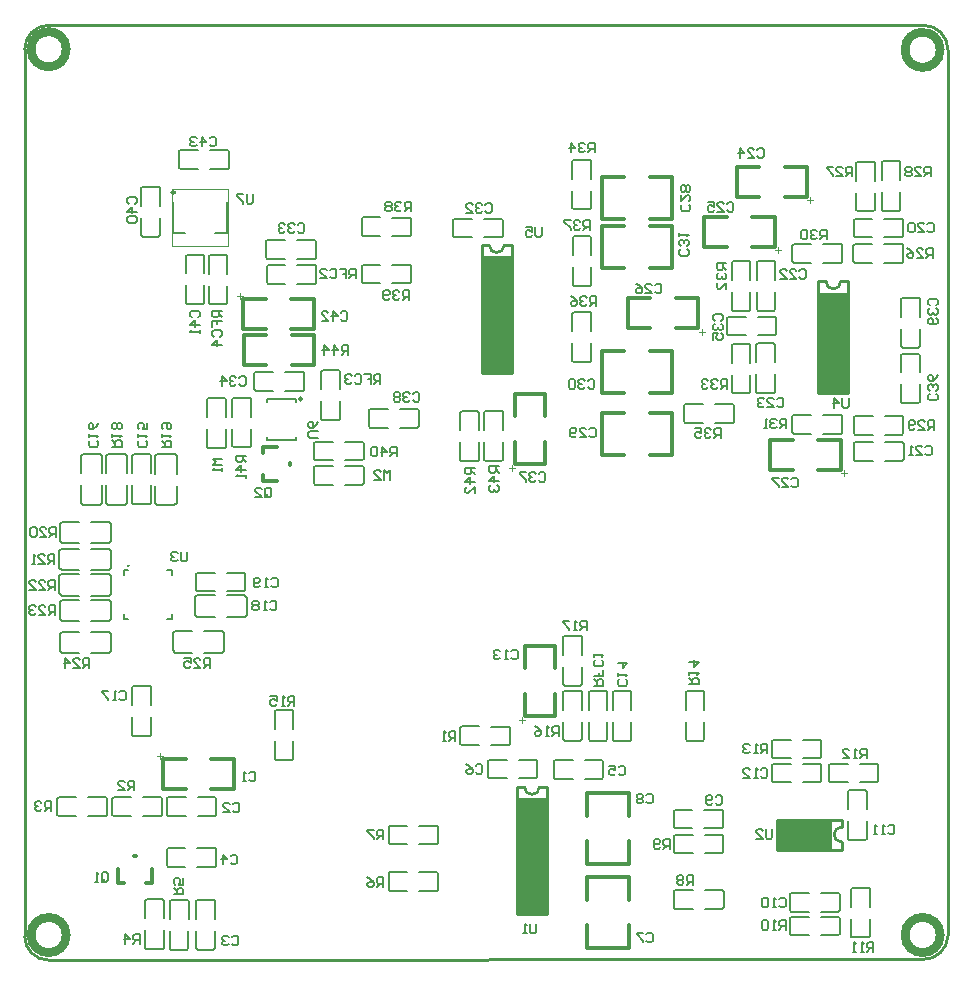
<source format=gbo>
G04*
G04 #@! TF.GenerationSoftware,Altium Limited,Altium Designer,20.1.8 (145)*
G04*
G04 Layer_Color=39423*
%FSAX24Y24*%
%MOIN*%
G70*
G04*
G04 #@! TF.SameCoordinates,548E75E3-62BA-4D27-8EBC-4AC5D718A5B1*
G04*
G04*
G04 #@! TF.FilePolarity,Positive*
G04*
G01*
G75*
%ADD10C,0.0039*%
%ADD11C,0.0079*%
%ADD12C,0.0098*%
%ADD13C,0.0100*%
%ADD15C,0.0080*%
%ADD21C,0.0060*%
%ADD22C,0.0120*%
%ADD64C,0.0315*%
%ADD65C,0.0040*%
%ADD66R,0.1790X0.0990*%
%ADD67R,0.1020X0.3380*%
%ADD68R,0.1000X0.3890*%
D10*
X008075Y027590D02*
Y029480D01*
Y027590D02*
X009965D01*
Y029480D01*
X008075D02*
X009965D01*
D11*
X011243Y021110D02*
Y021208D01*
X012227Y021110D02*
Y021208D01*
X011243Y021110D02*
X012227D01*
X011243Y022389D02*
Y022487D01*
X012227Y022389D02*
Y022487D01*
X011243Y022487D02*
X012227D01*
X006483Y016777D02*
X006640D01*
X006483Y016620D02*
Y016777D01*
X007940D02*
X008097D01*
Y016620D02*
Y016777D01*
Y015163D02*
Y015320D01*
X007940Y015163D02*
X008097D01*
X006483D02*
X006640D01*
X006483D02*
Y015320D01*
X009532Y028023D02*
X009926D01*
Y029047D01*
X008114Y028023D02*
X008508D01*
X008114D02*
Y029047D01*
D12*
X012424Y022487D02*
G03*
X012424Y022487I-000049J000000D01*
G01*
X006633Y016920D02*
G03*
X006633Y016920I-000020J000000D01*
G01*
X008183Y029372D02*
G03*
X008183Y029372I-000049J000000D01*
G01*
D13*
X003180Y004576D02*
G03*
X003970Y003780I000793J-000003D01*
G01*
X033111Y003799D02*
G03*
X033960Y004600I000024J000825D01*
G01*
Y034120D02*
G03*
X033130Y034940I-000825J-000005D01*
G01*
X030414Y008214D02*
G03*
X030414Y007714I000000J-000250D01*
G01*
X029884Y026403D02*
G03*
X030384Y026403I000250J000000D01*
G01*
X003964Y034939D02*
G03*
X003180Y034126I000015J-000798D01*
G01*
X019840Y009550D02*
G03*
X020340Y009550I000250J000000D01*
G01*
X018664Y027613D02*
G03*
X019164Y027613I000250J000000D01*
G01*
X033960Y034120D02*
X033960Y004600D01*
X028274Y007464D02*
X030394D01*
X028274D02*
X028274Y008464D01*
X030394D01*
X030414Y008214D02*
Y008464D01*
X030414Y007526D02*
Y007651D01*
Y007526D02*
X030414D01*
Y007464D02*
Y007526D01*
X030414Y007651D02*
Y007714D01*
X003180Y004576D02*
X003180Y034141D01*
X030384Y026403D02*
X030634D01*
X029634D02*
X029884D01*
X029634Y022673D02*
Y026403D01*
Y022673D02*
X030634D01*
Y026403D01*
X003979Y034940D02*
X033130Y034940D01*
X003970Y003780D02*
X033111Y003799D01*
X020340Y009550D02*
X020590D01*
X019590D02*
X019840D01*
X019590Y005300D02*
Y009550D01*
Y005300D02*
X020590D01*
Y009550D01*
X019164Y027613D02*
X019414D01*
X018414D02*
X018664D01*
X018414Y023363D02*
Y027613D01*
Y023363D02*
X019414D01*
Y027613D01*
D15*
X025317Y028963D02*
X025370Y028910D01*
Y028803D01*
X025317Y028750D01*
X025103D01*
X025050Y028803D01*
Y028910D01*
X025103Y028963D01*
X025050Y029283D02*
Y029070D01*
X025263Y029283D01*
X025317D01*
X025370Y029230D01*
Y029123D01*
X025317Y029070D01*
Y029390D02*
X025370Y029443D01*
Y029550D01*
X025317Y029603D01*
X025263D01*
X025210Y029550D01*
X025157Y029603D01*
X025103D01*
X025050Y029550D01*
Y029443D01*
X025103Y029390D01*
X025157D01*
X025210Y029443D01*
X025263Y029390D01*
X025317D01*
X025210Y029443D02*
Y029550D01*
X005747Y006433D02*
Y006647D01*
X005800Y006700D01*
X005907D01*
X005960Y006647D01*
Y006433D01*
X005907Y006380D01*
X005800D01*
X005853Y006487D02*
X005747Y006380D01*
X005800D02*
X005747Y006433D01*
X005640Y006380D02*
X005533D01*
X005587D01*
Y006700D01*
X005640Y006647D01*
X009357Y013520D02*
Y013840D01*
X009197D01*
X009143Y013787D01*
Y013680D01*
X009197Y013627D01*
X009357D01*
X009250D02*
X009143Y013520D01*
X008823D02*
X009037D01*
X008823Y013733D01*
Y013787D01*
X008877Y013840D01*
X008983D01*
X009037Y013787D01*
X008503Y013840D02*
X008717D01*
Y013680D01*
X008610Y013733D01*
X008557D01*
X008503Y013680D01*
Y013573D01*
X008557Y013520D01*
X008663D01*
X008717Y013573D01*
X006337Y012707D02*
X006390Y012760D01*
X006497D01*
X006550Y012707D01*
Y012493D01*
X006497Y012440D01*
X006390D01*
X006337Y012493D01*
X006230Y012440D02*
X006123D01*
X006177D01*
Y012760D01*
X006230Y012707D01*
X005964Y012760D02*
X005750D01*
Y012707D01*
X005964Y012493D01*
Y012440D01*
X005331Y013519D02*
Y013839D01*
X005171D01*
X005118Y013785D01*
Y013679D01*
X005171Y013625D01*
X005331D01*
X005225D02*
X005118Y013519D01*
X004798D02*
X005011D01*
X004798Y013732D01*
Y013785D01*
X004852Y013839D01*
X004958D01*
X005011Y013785D01*
X004532Y013519D02*
Y013839D01*
X004692Y013679D01*
X004478D01*
X004193Y015282D02*
Y015602D01*
X004033D01*
X003980Y015549D01*
Y015442D01*
X004033Y015389D01*
X004193D01*
X004087D02*
X003980Y015282D01*
X003660D02*
X003873D01*
X003660Y015495D01*
Y015549D01*
X003713Y015602D01*
X003820D01*
X003873Y015549D01*
X003553D02*
X003500Y015602D01*
X003393D01*
X003340Y015549D01*
Y015495D01*
X003393Y015442D01*
X003447D01*
X003393D01*
X003340Y015389D01*
Y015336D01*
X003393Y015282D01*
X003500D01*
X003553Y015336D01*
X004187Y016120D02*
Y016440D01*
X004027D01*
X003973Y016387D01*
Y016280D01*
X004027Y016227D01*
X004187D01*
X004080D02*
X003973Y016120D01*
X003653D02*
X003867D01*
X003653Y016333D01*
Y016387D01*
X003707Y016440D01*
X003813D01*
X003867Y016387D01*
X003333Y016120D02*
X003547D01*
X003333Y016333D01*
Y016387D01*
X003387Y016440D01*
X003493D01*
X003547Y016387D01*
X004173Y016990D02*
Y017310D01*
X004013D01*
X003960Y017257D01*
Y017150D01*
X004013Y017097D01*
X004173D01*
X004067D02*
X003960Y016990D01*
X003640D02*
X003853D01*
X003640Y017203D01*
Y017257D01*
X003693Y017310D01*
X003800D01*
X003853Y017257D01*
X003533Y016990D02*
X003427D01*
X003480D01*
Y017310D01*
X003533Y017257D01*
X004217Y017890D02*
Y018210D01*
X004057D01*
X004003Y018157D01*
Y018050D01*
X004057Y017997D01*
X004217D01*
X004110D02*
X004003Y017890D01*
X003683D02*
X003897D01*
X003683Y018103D01*
Y018157D01*
X003737Y018210D01*
X003843D01*
X003897Y018157D01*
X003577D02*
X003523Y018210D01*
X003417D01*
X003363Y018157D01*
Y017943D01*
X003417Y017890D01*
X003523D01*
X003577Y017943D01*
Y018157D01*
X007750Y020880D02*
X008070D01*
Y021040D01*
X008017Y021093D01*
X007910D01*
X007857Y021040D01*
Y020880D01*
Y020987D02*
X007750Y021093D01*
Y021200D02*
Y021307D01*
Y021253D01*
X008070D01*
X008017Y021200D01*
X007803Y021467D02*
X007750Y021520D01*
Y021627D01*
X007803Y021680D01*
X008017D01*
X008070Y021627D01*
Y021520D01*
X008017Y021467D01*
X007963D01*
X007910Y021520D01*
Y021680D01*
X006100Y020890D02*
X006420D01*
Y021050D01*
X006367Y021103D01*
X006260D01*
X006207Y021050D01*
Y020890D01*
Y020997D02*
X006100Y021103D01*
Y021210D02*
Y021317D01*
Y021263D01*
X006420D01*
X006367Y021210D01*
Y021477D02*
X006420Y021530D01*
Y021637D01*
X006367Y021690D01*
X006313D01*
X006260Y021637D01*
X006207Y021690D01*
X006153D01*
X006100Y021637D01*
Y021530D01*
X006153Y021477D01*
X006207D01*
X006260Y021530D01*
X006313Y021477D01*
X006367D01*
X006260Y021530D02*
Y021637D01*
X011357Y015707D02*
X011410Y015760D01*
X011517D01*
X011570Y015707D01*
Y015493D01*
X011517Y015440D01*
X011410D01*
X011357Y015493D01*
X011250Y015440D02*
X011143D01*
X011197D01*
Y015760D01*
X011250Y015707D01*
X010983D02*
X010930Y015760D01*
X010823D01*
X010770Y015707D01*
Y015653D01*
X010823Y015600D01*
X010770Y015547D01*
Y015493D01*
X010823Y015440D01*
X010930D01*
X010983Y015493D01*
Y015547D01*
X010930Y015600D01*
X010983Y015653D01*
Y015707D01*
X010930Y015600D02*
X010823D01*
X005577Y021093D02*
X005630Y021040D01*
Y020933D01*
X005577Y020880D01*
X005363D01*
X005310Y020933D01*
Y021040D01*
X005363Y021093D01*
X005310Y021200D02*
Y021307D01*
Y021253D01*
X005630D01*
X005577Y021200D01*
X005630Y021680D02*
X005577Y021573D01*
X005470Y021467D01*
X005363D01*
X005310Y021520D01*
Y021627D01*
X005363Y021680D01*
X005417D01*
X005470Y021627D01*
Y021467D01*
X008600Y017390D02*
Y017123D01*
X008547Y017070D01*
X008440D01*
X008387Y017123D01*
Y017390D01*
X008280Y017337D02*
X008227Y017390D01*
X008120D01*
X008067Y017337D01*
Y017283D01*
X008120Y017230D01*
X008173D01*
X008120D01*
X008067Y017177D01*
Y017123D01*
X008120Y017070D01*
X008227D01*
X008280Y017123D01*
X010790Y029300D02*
Y029033D01*
X010737Y028980D01*
X010630D01*
X010577Y029033D01*
Y029300D01*
X010470D02*
X010257D01*
Y029247D01*
X010470Y029033D01*
Y028980D01*
X012170Y012260D02*
Y012580D01*
X012010D01*
X011957Y012527D01*
Y012420D01*
X012010Y012367D01*
X012170D01*
X012063D02*
X011957Y012260D01*
X011850D02*
X011743D01*
X011797D01*
Y012580D01*
X011850Y012527D01*
X011370Y012580D02*
X011584D01*
Y012420D01*
X011477Y012473D01*
X011424D01*
X011370Y012420D01*
Y012313D01*
X011424Y012260D01*
X011530D01*
X011584Y012313D01*
X025330Y012970D02*
X025650D01*
Y013130D01*
X025597Y013183D01*
X025490D01*
X025437Y013130D01*
Y012970D01*
Y013077D02*
X025330Y013183D01*
Y013290D02*
Y013397D01*
Y013343D01*
X025650D01*
X025597Y013290D01*
X025330Y013716D02*
X025650D01*
X025490Y013556D01*
Y013770D01*
X010043Y007239D02*
X010096Y007292D01*
X010203D01*
X010256Y007239D01*
Y007026D01*
X010203Y006973D01*
X010096D01*
X010043Y007026D01*
X009776Y006973D02*
Y007292D01*
X009936Y007132D01*
X009723D01*
X011397Y016467D02*
X011450Y016520D01*
X011557D01*
X011610Y016467D01*
Y016253D01*
X011557Y016200D01*
X011450D01*
X011397Y016253D01*
X011290Y016200D02*
X011183D01*
X011237D01*
Y016520D01*
X011290Y016467D01*
X011024Y016253D02*
X010970Y016200D01*
X010864D01*
X010810Y016253D01*
Y016467D01*
X010864Y016520D01*
X010970D01*
X011024Y016467D01*
Y016413D01*
X010970Y016360D01*
X010810D01*
X007217Y021093D02*
X007270Y021040D01*
Y020933D01*
X007217Y020880D01*
X007003D01*
X006950Y020933D01*
Y021040D01*
X007003Y021093D01*
X006950Y021200D02*
Y021307D01*
Y021253D01*
X007270D01*
X007217Y021200D01*
X007270Y021680D02*
Y021466D01*
X007110D01*
X007163Y021573D01*
Y021626D01*
X007110Y021680D01*
X007003D01*
X006950Y021626D01*
Y021520D01*
X007003Y021466D01*
X033353Y025607D02*
X033300Y025660D01*
Y025767D01*
X033353Y025820D01*
X033567D01*
X033620Y025767D01*
Y025660D01*
X033567Y025607D01*
X033353Y025500D02*
X033300Y025447D01*
Y025340D01*
X033353Y025287D01*
X033407D01*
X033460Y025340D01*
Y025393D01*
Y025340D01*
X033513Y025287D01*
X033567D01*
X033620Y025340D01*
Y025447D01*
X033567Y025500D01*
Y025180D02*
X033620Y025127D01*
Y025020D01*
X033567Y024967D01*
X033353D01*
X033300Y025020D01*
Y025127D01*
X033353Y025180D01*
X033407D01*
X033460Y025127D01*
Y024967D01*
X022230Y025580D02*
Y025900D01*
X022070D01*
X022017Y025847D01*
Y025740D01*
X022070Y025687D01*
X022230D01*
X022123D02*
X022017Y025580D01*
X021910Y025847D02*
X021857Y025900D01*
X021750D01*
X021697Y025847D01*
Y025793D01*
X021750Y025740D01*
X021803D01*
X021750D01*
X021697Y025687D01*
Y025633D01*
X021750Y025580D01*
X021857D01*
X021910Y025633D01*
X021377Y025900D02*
X021484Y025847D01*
X021590Y025740D01*
Y025633D01*
X021537Y025580D01*
X021430D01*
X021377Y025633D01*
Y025687D01*
X021430Y025740D01*
X021590D01*
X030654Y022503D02*
Y022237D01*
X030601Y022183D01*
X030494D01*
X030441Y022237D01*
Y022503D01*
X030174Y022183D02*
Y022503D01*
X030334Y022343D01*
X030121D01*
X015040Y022980D02*
Y023300D01*
X014880D01*
X014827Y023247D01*
Y023140D01*
X014880Y023087D01*
X015040D01*
X014933D02*
X014827Y022980D01*
X014507Y023300D02*
X014720D01*
Y023140D01*
X014613D01*
X014720D01*
Y022980D01*
X014187Y023247D02*
X014240Y023300D01*
X014347D01*
X014400Y023247D01*
Y023033D01*
X014347Y022980D01*
X014240D01*
X014187Y023033D01*
X014080Y023247D02*
X014027Y023300D01*
X013920D01*
X013867Y023247D01*
Y023193D01*
X013920Y023140D01*
X013974D01*
X013920D01*
X013867Y023087D01*
Y023033D01*
X013920Y022980D01*
X014027D01*
X014080Y023033D01*
X018990Y020240D02*
X018670D01*
Y020080D01*
X018723Y020027D01*
X018830D01*
X018883Y020080D01*
Y020240D01*
Y020133D02*
X018990Y020027D01*
Y019760D02*
X018670D01*
X018830Y019920D01*
Y019707D01*
X018723Y019600D02*
X018670Y019547D01*
Y019440D01*
X018723Y019387D01*
X018777D01*
X018830Y019440D01*
Y019494D01*
Y019440D01*
X018883Y019387D01*
X018937D01*
X018990Y019440D01*
Y019547D01*
X018937Y019600D01*
X018180Y020190D02*
X017860D01*
Y020030D01*
X017913Y019977D01*
X018020D01*
X018073Y020030D01*
Y020190D01*
Y020083D02*
X018180Y019977D01*
Y019710D02*
X017860D01*
X018020Y019870D01*
Y019657D01*
X018180Y019337D02*
Y019550D01*
X017967Y019337D01*
X017913D01*
X017860Y019390D01*
Y019497D01*
X017913Y019550D01*
X026600Y022820D02*
Y023140D01*
X026440D01*
X026387Y023087D01*
Y022980D01*
X026440Y022927D01*
X026600D01*
X026493D02*
X026387Y022820D01*
X026280Y023087D02*
X026227Y023140D01*
X026120D01*
X026067Y023087D01*
Y023033D01*
X026120Y022980D01*
X026173D01*
X026120D01*
X026067Y022927D01*
Y022873D01*
X026120Y022820D01*
X026227D01*
X026280Y022873D01*
X025960Y023087D02*
X025907Y023140D01*
X025800D01*
X025747Y023087D01*
Y023033D01*
X025800Y022980D01*
X025854D01*
X025800D01*
X025747Y022927D01*
Y022873D01*
X025800Y022820D01*
X025907D01*
X025960Y022873D01*
X026570Y027000D02*
X026250D01*
Y026840D01*
X026303Y026787D01*
X026410D01*
X026463Y026840D01*
Y027000D01*
Y026893D02*
X026570Y026787D01*
X026303Y026680D02*
X026250Y026627D01*
Y026520D01*
X026303Y026467D01*
X026357D01*
X026410Y026520D01*
Y026573D01*
Y026520D01*
X026463Y026467D01*
X026517D01*
X026570Y026520D01*
Y026627D01*
X026517Y026680D01*
X026570Y026147D02*
Y026360D01*
X026357Y026147D01*
X026303D01*
X026250Y026200D01*
Y026307D01*
X026303Y026360D01*
X028570Y021510D02*
Y021830D01*
X028410D01*
X028357Y021777D01*
Y021670D01*
X028410Y021617D01*
X028570D01*
X028463D02*
X028357Y021510D01*
X028250Y021777D02*
X028197Y021830D01*
X028090D01*
X028037Y021777D01*
Y021723D01*
X028090Y021670D01*
X028143D01*
X028090D01*
X028037Y021617D01*
Y021563D01*
X028090Y021510D01*
X028197D01*
X028250Y021563D01*
X027930Y021510D02*
X027824D01*
X027877D01*
Y021830D01*
X027930Y021777D01*
X029908Y027799D02*
Y028118D01*
X029748D01*
X029695Y028065D01*
Y027959D01*
X029748Y027905D01*
X029908D01*
X029802D02*
X029695Y027799D01*
X029588Y028065D02*
X029535Y028118D01*
X029428D01*
X029375Y028065D01*
Y028012D01*
X029428Y027959D01*
X029482D01*
X029428D01*
X029375Y027905D01*
Y027852D01*
X029428Y027799D01*
X029535D01*
X029588Y027852D01*
X029268Y028065D02*
X029215Y028118D01*
X029109D01*
X029055Y028065D01*
Y027852D01*
X029109Y027799D01*
X029215D01*
X029268Y027852D01*
Y028065D01*
X033500Y021450D02*
Y021770D01*
X033340D01*
X033287Y021717D01*
Y021610D01*
X033340Y021557D01*
X033500D01*
X033393D02*
X033287Y021450D01*
X032967D02*
X033180D01*
X032967Y021663D01*
Y021717D01*
X033020Y021770D01*
X033127D01*
X033180Y021717D01*
X032860Y021503D02*
X032807Y021450D01*
X032700D01*
X032647Y021503D01*
Y021717D01*
X032700Y021770D01*
X032807D01*
X032860Y021717D01*
Y021663D01*
X032807Y021610D01*
X032647D01*
X033446Y027191D02*
Y027510D01*
X033286D01*
X033233Y027457D01*
Y027351D01*
X033286Y027297D01*
X033446D01*
X033339D02*
X033233Y027191D01*
X032913D02*
X033126D01*
X032913Y027404D01*
Y027457D01*
X032966Y027510D01*
X033073D01*
X033126Y027457D01*
X032593Y027510D02*
X032699Y027457D01*
X032806Y027351D01*
Y027244D01*
X032753Y027191D01*
X032646D01*
X032593Y027244D01*
Y027297D01*
X032646Y027351D01*
X032806D01*
X033386Y029902D02*
Y030221D01*
X033226D01*
X033173Y030168D01*
Y030062D01*
X033226Y030008D01*
X033386D01*
X033280D02*
X033173Y029902D01*
X032853D02*
X033066D01*
X032853Y030115D01*
Y030168D01*
X032906Y030221D01*
X033013D01*
X033066Y030168D01*
X032747D02*
X032693Y030221D01*
X032587D01*
X032533Y030168D01*
Y030115D01*
X032587Y030062D01*
X032533Y030008D01*
Y029955D01*
X032587Y029902D01*
X032693D01*
X032747Y029955D01*
Y030008D01*
X032693Y030062D01*
X032747Y030115D01*
Y030168D01*
X032693Y030062D02*
X032587D01*
X030764Y029903D02*
Y030223D01*
X030604D01*
X030551Y030170D01*
Y030063D01*
X030604Y030010D01*
X030764D01*
X030658D02*
X030551Y029903D01*
X030231D02*
X030444D01*
X030231Y030117D01*
Y030170D01*
X030284Y030223D01*
X030391D01*
X030444Y030170D01*
X030124Y030223D02*
X029911D01*
Y030170D01*
X030124Y029957D01*
Y029903D01*
X016127Y022647D02*
X016180Y022700D01*
X016287D01*
X016340Y022647D01*
Y022433D01*
X016287Y022380D01*
X016180D01*
X016127Y022433D01*
X016020Y022647D02*
X015967Y022700D01*
X015860D01*
X015807Y022647D01*
Y022593D01*
X015860Y022540D01*
X015913D01*
X015860D01*
X015807Y022487D01*
Y022433D01*
X015860Y022380D01*
X015967D01*
X016020Y022433D01*
X015700Y022647D02*
X015647Y022700D01*
X015540D01*
X015487Y022647D01*
Y022593D01*
X015540Y022540D01*
X015487Y022487D01*
Y022433D01*
X015540Y022380D01*
X015647D01*
X015700Y022433D01*
Y022487D01*
X015647Y022540D01*
X015700Y022593D01*
Y022647D01*
X015647Y022540D02*
X015540D01*
X020318Y019985D02*
X020371Y020038D01*
X020478D01*
X020531Y019985D01*
Y019772D01*
X020478Y019718D01*
X020371D01*
X020318Y019772D01*
X020211Y019985D02*
X020158Y020038D01*
X020051D01*
X019998Y019985D01*
Y019932D01*
X020051Y019878D01*
X020104D01*
X020051D01*
X019998Y019825D01*
Y019772D01*
X020051Y019718D01*
X020158D01*
X020211Y019772D01*
X019891Y020038D02*
X019678D01*
Y019985D01*
X019891Y019772D01*
Y019718D01*
X033567Y022653D02*
X033620Y022600D01*
Y022493D01*
X033567Y022440D01*
X033353D01*
X033300Y022493D01*
Y022600D01*
X033353Y022653D01*
X033567Y022760D02*
X033620Y022813D01*
Y022920D01*
X033567Y022973D01*
X033513D01*
X033460Y022920D01*
Y022867D01*
Y022920D01*
X033407Y022973D01*
X033353D01*
X033300Y022920D01*
Y022813D01*
X033353Y022760D01*
X033620Y023293D02*
X033567Y023186D01*
X033460Y023080D01*
X033353D01*
X033300Y023133D01*
Y023240D01*
X033353Y023293D01*
X033407D01*
X033460Y023240D01*
Y023080D01*
X028737Y019807D02*
X028790Y019860D01*
X028897D01*
X028950Y019807D01*
Y019593D01*
X028897Y019540D01*
X028790D01*
X028737Y019593D01*
X028417Y019540D02*
X028630D01*
X028417Y019753D01*
Y019807D01*
X028470Y019860D01*
X028577D01*
X028630Y019807D01*
X028310Y019860D02*
X028097D01*
Y019807D01*
X028310Y019593D01*
Y019540D01*
X024191Y026274D02*
X024244Y026328D01*
X024351D01*
X024404Y026274D01*
Y026061D01*
X024351Y026008D01*
X024244D01*
X024191Y026061D01*
X023871Y026008D02*
X024084D01*
X023871Y026221D01*
Y026274D01*
X023924Y026328D01*
X024031D01*
X024084Y026274D01*
X023551Y026328D02*
X023658Y026274D01*
X023764Y026168D01*
Y026061D01*
X023711Y026008D01*
X023604D01*
X023551Y026061D01*
Y026114D01*
X023604Y026168D01*
X023764D01*
X026591Y028985D02*
X026644Y029038D01*
X026751D01*
X026804Y028985D01*
Y028772D01*
X026751Y028718D01*
X026644D01*
X026591Y028772D01*
X026271Y028718D02*
X026484D01*
X026271Y028932D01*
Y028985D01*
X026324Y029038D01*
X026431D01*
X026484Y028985D01*
X025951Y029038D02*
X026164D01*
Y028878D01*
X026058Y028932D01*
X026004D01*
X025951Y028878D01*
Y028772D01*
X026004Y028718D01*
X026111D01*
X026164Y028772D01*
X027597Y030787D02*
X027650Y030840D01*
X027757D01*
X027810Y030787D01*
Y030573D01*
X027757Y030520D01*
X027650D01*
X027597Y030573D01*
X027277Y030520D02*
X027490D01*
X027277Y030733D01*
Y030787D01*
X027330Y030840D01*
X027437D01*
X027490Y030787D01*
X027010Y030520D02*
Y030840D01*
X027170Y030680D01*
X026957D01*
X033207Y020867D02*
X033260Y020920D01*
X033367D01*
X033420Y020867D01*
Y020653D01*
X033367Y020600D01*
X033260D01*
X033207Y020653D01*
X032887Y020600D02*
X033100D01*
X032887Y020813D01*
Y020867D01*
X032940Y020920D01*
X033047D01*
X033100Y020867D01*
X032780Y020600D02*
X032674D01*
X032727D01*
Y020920D01*
X032780Y020867D01*
X028257Y022467D02*
X028310Y022520D01*
X028417D01*
X028470Y022467D01*
Y022253D01*
X028417Y022200D01*
X028310D01*
X028257Y022253D01*
X027937Y022200D02*
X028150D01*
X027937Y022413D01*
Y022467D01*
X027990Y022520D01*
X028097D01*
X028150Y022467D01*
X027830D02*
X027777Y022520D01*
X027670D01*
X027617Y022467D01*
Y022413D01*
X027670Y022360D01*
X027724D01*
X027670D01*
X027617Y022307D01*
Y022253D01*
X027670Y022200D01*
X027777D01*
X027830Y022253D01*
X033271Y028309D02*
X033325Y028363D01*
X033431D01*
X033485Y028309D01*
Y028096D01*
X033431Y028043D01*
X033325D01*
X033271Y028096D01*
X032951Y028043D02*
X033165D01*
X032951Y028256D01*
Y028309D01*
X033005Y028363D01*
X033111D01*
X033165Y028309D01*
X032845D02*
X032791Y028363D01*
X032685D01*
X032631Y028309D01*
Y028096D01*
X032685Y028043D01*
X032791D01*
X032845Y028096D01*
Y028309D01*
X029007Y026757D02*
X029060Y026810D01*
X029167D01*
X029220Y026757D01*
Y026543D01*
X029167Y026490D01*
X029060D01*
X029007Y026543D01*
X028687Y026490D02*
X028900D01*
X028687Y026703D01*
Y026757D01*
X028740Y026810D01*
X028847D01*
X028900Y026757D01*
X028367Y026490D02*
X028580D01*
X028367Y026703D01*
Y026757D01*
X028420Y026810D01*
X028527D01*
X028580Y026757D01*
X022977Y010207D02*
X023030Y010260D01*
X023137D01*
X023190Y010207D01*
Y009993D01*
X023137Y009940D01*
X023030D01*
X022977Y009993D01*
X022657Y010260D02*
X022870D01*
Y010100D01*
X022763Y010153D01*
X022710D01*
X022657Y010100D01*
Y009993D01*
X022710Y009940D01*
X022817D01*
X022870Y009993D01*
X028100Y008140D02*
Y007873D01*
X028047Y007820D01*
X027940D01*
X027887Y007873D01*
Y008140D01*
X027567Y007820D02*
X027780D01*
X027567Y008033D01*
Y008087D01*
X027620Y008140D01*
X027727D01*
X027780Y008087D01*
X020230Y004990D02*
Y004723D01*
X020177Y004670D01*
X020070D01*
X020017Y004723D01*
Y004990D01*
X019910Y004670D02*
X019803D01*
X019857D01*
Y004990D01*
X019910Y004937D01*
X022150Y012930D02*
X022470D01*
Y013090D01*
X022417Y013143D01*
X022310D01*
X022257Y013090D01*
Y012930D01*
Y013037D02*
X022150Y013143D01*
X022470Y013463D02*
Y013250D01*
X022310D01*
Y013357D01*
Y013250D01*
X022150D01*
X022417Y013783D02*
X022470Y013730D01*
Y013623D01*
X022417Y013570D01*
X022203D01*
X022150Y013623D01*
Y013730D01*
X022203Y013783D01*
X022150Y013890D02*
Y013996D01*
Y013943D01*
X022470D01*
X022417Y013890D01*
X021909Y014774D02*
Y015094D01*
X021749D01*
X021696Y015041D01*
Y014934D01*
X021749Y014881D01*
X021909D01*
X021802D02*
X021696Y014774D01*
X021589D02*
X021482D01*
X021536D01*
Y015094D01*
X021589Y015041D01*
X021322Y015094D02*
X021109D01*
Y015041D01*
X021322Y014828D01*
Y014774D01*
X020980Y011250D02*
Y011570D01*
X020820D01*
X020767Y011517D01*
Y011410D01*
X020820Y011357D01*
X020980D01*
X020873D02*
X020767Y011250D01*
X020660D02*
X020553D01*
X020607D01*
Y011570D01*
X020660Y011517D01*
X020180Y011570D02*
X020287Y011517D01*
X020394Y011410D01*
Y011303D01*
X020340Y011250D01*
X020234D01*
X020180Y011303D01*
Y011357D01*
X020234Y011410D01*
X020394D01*
X027930Y010670D02*
Y010990D01*
X027770D01*
X027717Y010937D01*
Y010830D01*
X027770Y010777D01*
X027930D01*
X027823D02*
X027717Y010670D01*
X027610D02*
X027503D01*
X027557D01*
Y010990D01*
X027610Y010937D01*
X027344D02*
X027290Y010990D01*
X027184D01*
X027130Y010937D01*
Y010883D01*
X027184Y010830D01*
X027237D01*
X027184D01*
X027130Y010777D01*
Y010723D01*
X027184Y010670D01*
X027290D01*
X027344Y010723D01*
X031243Y010505D02*
Y010825D01*
X031083D01*
X031030Y010771D01*
Y010665D01*
X031083Y010611D01*
X031243D01*
X031137D02*
X031030Y010505D01*
X030923D02*
X030817D01*
X030870D01*
Y010825D01*
X030923Y010771D01*
X030444Y010505D02*
X030657D01*
X030444Y010718D01*
Y010771D01*
X030497Y010825D01*
X030604D01*
X030657Y010771D01*
X031470Y004060D02*
Y004380D01*
X031310D01*
X031257Y004327D01*
Y004220D01*
X031310Y004167D01*
X031470D01*
X031363D02*
X031257Y004060D01*
X031150D02*
X031043D01*
X031097D01*
Y004380D01*
X031150Y004327D01*
X030884Y004060D02*
X030777D01*
X030830D01*
Y004380D01*
X030884Y004327D01*
X028548Y004796D02*
Y005116D01*
X028388D01*
X028334Y005062D01*
Y004956D01*
X028388Y004902D01*
X028548D01*
X028441D02*
X028334Y004796D01*
X028228D02*
X028121D01*
X028174D01*
Y005116D01*
X028228Y005062D01*
X027961D02*
X027908Y005116D01*
X027801D01*
X027748Y005062D01*
Y004849D01*
X027801Y004796D01*
X027908D01*
X027961Y004849D01*
Y005062D01*
X024683Y007487D02*
Y007807D01*
X024523D01*
X024470Y007754D01*
Y007647D01*
X024523Y007594D01*
X024683D01*
X024577D02*
X024470Y007487D01*
X024363Y007540D02*
X024310Y007487D01*
X024204D01*
X024150Y007540D01*
Y007754D01*
X024204Y007807D01*
X024310D01*
X024363Y007754D01*
Y007700D01*
X024310Y007647D01*
X024150D01*
X025460Y006280D02*
Y006600D01*
X025300D01*
X025247Y006547D01*
Y006440D01*
X025300Y006387D01*
X025460D01*
X025353D02*
X025247Y006280D01*
X025140Y006547D02*
X025087Y006600D01*
X024980D01*
X024927Y006547D01*
Y006493D01*
X024980Y006440D01*
X024927Y006387D01*
Y006333D01*
X024980Y006280D01*
X025087D01*
X025140Y006333D01*
Y006387D01*
X025087Y006440D01*
X025140Y006493D01*
Y006547D01*
X025087Y006440D02*
X024980D01*
X015140Y007800D02*
Y008120D01*
X014980D01*
X014927Y008067D01*
Y007960D01*
X014980Y007907D01*
X015140D01*
X015033D02*
X014927Y007800D01*
X014820Y008120D02*
X014607D01*
Y008067D01*
X014820Y007853D01*
Y007800D01*
X015130Y006220D02*
Y006540D01*
X014970D01*
X014917Y006487D01*
Y006380D01*
X014970Y006327D01*
X015130D01*
X015023D02*
X014917Y006220D01*
X014597Y006540D02*
X014703Y006487D01*
X014810Y006380D01*
Y006273D01*
X014757Y006220D01*
X014650D01*
X014597Y006273D01*
Y006327D01*
X014650Y006380D01*
X014810D01*
X008150Y005970D02*
X008470D01*
Y006130D01*
X008417Y006183D01*
X008310D01*
X008257Y006130D01*
Y005970D01*
Y006077D02*
X008150Y006183D01*
X008470Y006503D02*
Y006290D01*
X008310D01*
X008363Y006397D01*
Y006450D01*
X008310Y006503D01*
X008203D01*
X008150Y006450D01*
Y006343D01*
X008203Y006290D01*
X007010Y004330D02*
Y004650D01*
X006850D01*
X006797Y004597D01*
Y004490D01*
X006850Y004437D01*
X007010D01*
X006903D02*
X006797Y004330D01*
X006530D02*
Y004650D01*
X006690Y004490D01*
X006477D01*
X004060Y008750D02*
Y009070D01*
X003900D01*
X003847Y009017D01*
Y008910D01*
X003900Y008857D01*
X004060D01*
X003953D02*
X003847Y008750D01*
X003740Y009017D02*
X003687Y009070D01*
X003580D01*
X003527Y009017D01*
Y008963D01*
X003580Y008910D01*
X003633D01*
X003580D01*
X003527Y008857D01*
Y008803D01*
X003580Y008750D01*
X003687D01*
X003740Y008803D01*
X006840Y009440D02*
Y009760D01*
X006680D01*
X006627Y009707D01*
Y009600D01*
X006680Y009547D01*
X006840D01*
X006733D02*
X006627Y009440D01*
X006307D02*
X006520D01*
X006307Y009653D01*
Y009707D01*
X006360Y009760D01*
X006467D01*
X006520Y009707D01*
X017540Y011080D02*
Y011400D01*
X017380D01*
X017327Y011347D01*
Y011240D01*
X017380Y011187D01*
X017540D01*
X017433D02*
X017327Y011080D01*
X017220D02*
X017113D01*
X017167D01*
Y011400D01*
X017220Y011347D01*
X023217Y013133D02*
X023270Y013080D01*
Y012973D01*
X023217Y012920D01*
X023003D01*
X022950Y012973D01*
Y013080D01*
X023003Y013133D01*
X022950Y013240D02*
Y013347D01*
Y013293D01*
X023270D01*
X023217Y013240D01*
X022950Y013666D02*
X023270D01*
X023110Y013506D01*
Y013720D01*
X019397Y014067D02*
X019450Y014120D01*
X019557D01*
X019610Y014067D01*
Y013853D01*
X019557Y013800D01*
X019450D01*
X019397Y013853D01*
X019290Y013800D02*
X019183D01*
X019237D01*
Y014120D01*
X019290Y014067D01*
X019024D02*
X018970Y014120D01*
X018864D01*
X018810Y014067D01*
Y014013D01*
X018864Y013960D01*
X018917D01*
X018864D01*
X018810Y013907D01*
Y013853D01*
X018864Y013800D01*
X018970D01*
X019024Y013853D01*
X010657Y010007D02*
X010710Y010060D01*
X010817D01*
X010870Y010007D01*
Y009793D01*
X010817Y009740D01*
X010710D01*
X010657Y009793D01*
X010550Y009740D02*
X010443D01*
X010497D01*
Y010060D01*
X010550Y010007D01*
X026210Y009214D02*
X026264Y009267D01*
X026370D01*
X026424Y009214D01*
Y009001D01*
X026370Y008947D01*
X026264D01*
X026210Y009001D01*
X026104D02*
X026050Y008947D01*
X025944D01*
X025890Y009001D01*
Y009214D01*
X025944Y009267D01*
X026050D01*
X026104Y009214D01*
Y009161D01*
X026050Y009107D01*
X025890D01*
X027717Y010117D02*
X027770Y010170D01*
X027877D01*
X027930Y010117D01*
Y009903D01*
X027877Y009850D01*
X027770D01*
X027717Y009903D01*
X027610Y009850D02*
X027503D01*
X027557D01*
Y010170D01*
X027610Y010117D01*
X027130Y009850D02*
X027344D01*
X027130Y010063D01*
Y010117D01*
X027184Y010170D01*
X027290D01*
X027344Y010117D01*
X031957Y008237D02*
X032010Y008290D01*
X032117D01*
X032170Y008237D01*
Y008023D01*
X032117Y007970D01*
X032010D01*
X031957Y008023D01*
X031850Y007970D02*
X031743D01*
X031797D01*
Y008290D01*
X031850Y008237D01*
X031584Y007970D02*
X031477D01*
X031530D01*
Y008290D01*
X031584Y008237D01*
X028334Y005803D02*
X028388Y005856D01*
X028494D01*
X028548Y005803D01*
Y005589D01*
X028494Y005536D01*
X028388D01*
X028334Y005589D01*
X028228Y005536D02*
X028121D01*
X028174D01*
Y005856D01*
X028228Y005803D01*
X027961D02*
X027908Y005856D01*
X027801D01*
X027748Y005803D01*
Y005589D01*
X027801Y005536D01*
X027908D01*
X027961Y005589D01*
Y005803D01*
X023897Y009267D02*
X023950Y009320D01*
X024057D01*
X024110Y009267D01*
Y009053D01*
X024057Y009000D01*
X023950D01*
X023897Y009053D01*
X023790Y009267D02*
X023737Y009320D01*
X023630D01*
X023577Y009267D01*
Y009213D01*
X023630Y009160D01*
X023577Y009107D01*
Y009053D01*
X023630Y009000D01*
X023737D01*
X023790Y009053D01*
Y009107D01*
X023737Y009160D01*
X023790Y009213D01*
Y009267D01*
X023737Y009160D02*
X023630D01*
X023897Y004637D02*
X023950Y004690D01*
X024057D01*
X024110Y004637D01*
Y004423D01*
X024057Y004370D01*
X023950D01*
X023897Y004423D01*
X023790Y004690D02*
X023577D01*
Y004637D01*
X023790Y004423D01*
Y004370D01*
X018217Y010257D02*
X018270Y010310D01*
X018377D01*
X018430Y010257D01*
Y010043D01*
X018377Y009990D01*
X018270D01*
X018217Y010043D01*
X017897Y010310D02*
X018003Y010257D01*
X018110Y010150D01*
Y010043D01*
X018057Y009990D01*
X017950D01*
X017897Y010043D01*
Y010097D01*
X017950Y010150D01*
X018110D01*
X010087Y004537D02*
X010140Y004590D01*
X010247D01*
X010300Y004537D01*
Y004323D01*
X010247Y004270D01*
X010140D01*
X010087Y004323D01*
X009980Y004537D02*
X009927Y004590D01*
X009820D01*
X009767Y004537D01*
Y004483D01*
X009820Y004430D01*
X009873D01*
X009820D01*
X009767Y004377D01*
Y004323D01*
X009820Y004270D01*
X009927D01*
X009980Y004323D01*
X010117Y008967D02*
X010170Y009020D01*
X010277D01*
X010330Y008967D01*
Y008753D01*
X010277Y008700D01*
X010170D01*
X010117Y008753D01*
X009797Y008700D02*
X010010D01*
X009797Y008913D01*
Y008967D01*
X009850Y009020D01*
X009957D01*
X010010Y008967D01*
X020420Y028210D02*
Y027943D01*
X020367Y027890D01*
X020260D01*
X020207Y027943D01*
Y028210D01*
X019887D02*
X020100D01*
Y028050D01*
X019993Y028103D01*
X019940D01*
X019887Y028050D01*
Y027943D01*
X019940Y027890D01*
X020047D01*
X020100Y027943D01*
X014209Y026499D02*
Y026819D01*
X014050D01*
X013996Y026765D01*
Y026659D01*
X014050Y026605D01*
X014209D01*
X014103D02*
X013996Y026499D01*
X013676Y026819D02*
X013890D01*
Y026659D01*
X013783D01*
X013890D01*
Y026499D01*
X013356Y026765D02*
X013410Y026819D01*
X013516D01*
X013570Y026765D01*
Y026552D01*
X013516Y026499D01*
X013410D01*
X013356Y026552D01*
X013037Y026499D02*
X013250D01*
X013037Y026712D01*
Y026765D01*
X013090Y026819D01*
X013196D01*
X013250Y026765D01*
X015990Y025780D02*
Y026100D01*
X015830D01*
X015777Y026047D01*
Y025940D01*
X015830Y025887D01*
X015990D01*
X015883D02*
X015777Y025780D01*
X015670Y026047D02*
X015617Y026100D01*
X015510D01*
X015457Y026047D01*
Y025993D01*
X015510Y025940D01*
X015563D01*
X015510D01*
X015457Y025887D01*
Y025833D01*
X015510Y025780D01*
X015617D01*
X015670Y025833D01*
X015350D02*
X015297Y025780D01*
X015190D01*
X015137Y025833D01*
Y026047D01*
X015190Y026100D01*
X015297D01*
X015350Y026047D01*
Y025993D01*
X015297Y025940D01*
X015137D01*
X022020Y028120D02*
Y028440D01*
X021860D01*
X021807Y028387D01*
Y028280D01*
X021860Y028227D01*
X022020D01*
X021913D02*
X021807Y028120D01*
X021700Y028387D02*
X021647Y028440D01*
X021540D01*
X021487Y028387D01*
Y028333D01*
X021540Y028280D01*
X021593D01*
X021540D01*
X021487Y028227D01*
Y028173D01*
X021540Y028120D01*
X021647D01*
X021700Y028173D01*
X021380Y028440D02*
X021167D01*
Y028387D01*
X021380Y028173D01*
Y028120D01*
X026380Y021180D02*
Y021500D01*
X026220D01*
X026167Y021447D01*
Y021340D01*
X026220Y021287D01*
X026380D01*
X026273D02*
X026167Y021180D01*
X026060Y021447D02*
X026007Y021500D01*
X025900D01*
X025847Y021447D01*
Y021393D01*
X025900Y021340D01*
X025953D01*
X025900D01*
X025847Y021287D01*
Y021233D01*
X025900Y021180D01*
X026007D01*
X026060Y021233D01*
X025527Y021500D02*
X025740D01*
Y021340D01*
X025634Y021393D01*
X025580D01*
X025527Y021340D01*
Y021233D01*
X025580Y021180D01*
X025687D01*
X025740Y021233D01*
X022180Y030700D02*
Y031020D01*
X022020D01*
X021967Y030967D01*
Y030860D01*
X022020Y030807D01*
X022180D01*
X022073D02*
X021967Y030700D01*
X021860Y030967D02*
X021807Y031020D01*
X021700D01*
X021647Y030967D01*
Y030913D01*
X021700Y030860D01*
X021753D01*
X021700D01*
X021647Y030807D01*
Y030753D01*
X021700Y030700D01*
X021807D01*
X021860Y030753D01*
X021380Y030700D02*
Y031020D01*
X021540Y030860D01*
X021327D01*
X012287Y028297D02*
X012340Y028350D01*
X012447D01*
X012500Y028297D01*
Y028083D01*
X012447Y028030D01*
X012340D01*
X012287Y028083D01*
X012180Y028297D02*
X012127Y028350D01*
X012020D01*
X011967Y028297D01*
Y028243D01*
X012020Y028190D01*
X012073D01*
X012020D01*
X011967Y028137D01*
Y028083D01*
X012020Y028030D01*
X012127D01*
X012180Y028083D01*
X011860Y028297D02*
X011807Y028350D01*
X011700D01*
X011647Y028297D01*
Y028243D01*
X011700Y028190D01*
X011754D01*
X011700D01*
X011647Y028137D01*
Y028083D01*
X011700Y028030D01*
X011807D01*
X011860Y028083D01*
X018537Y028947D02*
X018590Y029000D01*
X018697D01*
X018750Y028947D01*
Y028733D01*
X018697Y028680D01*
X018590D01*
X018537Y028733D01*
X018430Y028947D02*
X018377Y029000D01*
X018270D01*
X018217Y028947D01*
Y028893D01*
X018270Y028840D01*
X018323D01*
X018270D01*
X018217Y028787D01*
Y028733D01*
X018270Y028680D01*
X018377D01*
X018430Y028733D01*
X017897Y028680D02*
X018110D01*
X017897Y028893D01*
Y028947D01*
X017950Y029000D01*
X018057D01*
X018110Y028947D01*
X021957Y023097D02*
X022010Y023150D01*
X022117D01*
X022170Y023097D01*
Y022883D01*
X022117Y022830D01*
X022010D01*
X021957Y022883D01*
X021850Y023097D02*
X021797Y023150D01*
X021690D01*
X021637Y023097D01*
Y023043D01*
X021690Y022990D01*
X021743D01*
X021690D01*
X021637Y022937D01*
Y022883D01*
X021690Y022830D01*
X021797D01*
X021850Y022883D01*
X021530Y023097D02*
X021477Y023150D01*
X021370D01*
X021317Y023097D01*
Y022883D01*
X021370Y022830D01*
X021477D01*
X021530Y022883D01*
Y023097D01*
X025257Y027473D02*
X025310Y027420D01*
Y027313D01*
X025257Y027260D01*
X025043D01*
X024990Y027313D01*
Y027420D01*
X025043Y027473D01*
X025257Y027580D02*
X025310Y027633D01*
Y027740D01*
X025257Y027793D01*
X025203D01*
X025150Y027740D01*
Y027687D01*
Y027740D01*
X025097Y027793D01*
X025043D01*
X024990Y027740D01*
Y027633D01*
X025043Y027580D01*
X024990Y027900D02*
Y028006D01*
Y027953D01*
X025310D01*
X025257Y027900D01*
X021997Y021467D02*
X022050Y021520D01*
X022157D01*
X022210Y021467D01*
Y021253D01*
X022157Y021200D01*
X022050D01*
X021997Y021253D01*
X021677Y021200D02*
X021890D01*
X021677Y021413D01*
Y021467D01*
X021730Y021520D01*
X021837D01*
X021890Y021467D01*
X021570Y021253D02*
X021517Y021200D01*
X021410D01*
X021357Y021253D01*
Y021467D01*
X021410Y021520D01*
X021517D01*
X021570Y021467D01*
Y021413D01*
X021517Y021360D01*
X021357D01*
X011187Y019253D02*
Y019467D01*
X011240Y019520D01*
X011347D01*
X011400Y019467D01*
Y019253D01*
X011347Y019200D01*
X011240D01*
X011293Y019307D02*
X011187Y019200D01*
X011240D02*
X011187Y019253D01*
X010867Y019200D02*
X011080D01*
X010867Y019413D01*
Y019467D01*
X010920Y019520D01*
X011027D01*
X011080Y019467D01*
X006643Y028993D02*
X006590Y029047D01*
Y029153D01*
X006643Y029207D01*
X006857D01*
X006910Y029153D01*
Y029047D01*
X006857Y028993D01*
X006910Y028727D02*
X006590D01*
X006750Y028887D01*
Y028673D01*
X006643Y028567D02*
X006590Y028513D01*
Y028407D01*
X006643Y028353D01*
X006857D01*
X006910Y028407D01*
Y028513D01*
X006857Y028567D01*
X006643D01*
X008753Y025210D02*
X008700Y025263D01*
Y025370D01*
X008753Y025423D01*
X008967D01*
X009020Y025370D01*
Y025263D01*
X008967Y025210D01*
X009020Y024943D02*
X008700D01*
X008860Y025103D01*
Y024890D01*
X009020Y024783D02*
Y024677D01*
Y024730D01*
X008700D01*
X008753Y024783D01*
X013718Y025364D02*
X013771Y025418D01*
X013878D01*
X013931Y025364D01*
Y025151D01*
X013878Y025098D01*
X013771D01*
X013718Y025151D01*
X013451Y025098D02*
Y025418D01*
X013611Y025258D01*
X013398D01*
X013078Y025098D02*
X013291D01*
X013078Y025311D01*
Y025364D01*
X013131Y025418D01*
X013238D01*
X013291Y025364D01*
X009343Y031167D02*
X009397Y031220D01*
X009503D01*
X009557Y031167D01*
Y030953D01*
X009503Y030900D01*
X009397D01*
X009343Y030953D01*
X009077Y030900D02*
Y031220D01*
X009237Y031060D01*
X009023D01*
X008917Y031167D02*
X008863Y031220D01*
X008757D01*
X008703Y031167D01*
Y031113D01*
X008757Y031060D01*
X008810D01*
X008757D01*
X008703Y031007D01*
Y030953D01*
X008757Y030900D01*
X008863D01*
X008917Y030953D01*
X013960Y023962D02*
Y024282D01*
X013800D01*
X013746Y024229D01*
Y024122D01*
X013800Y024069D01*
X013960D01*
X013853D02*
X013746Y023962D01*
X013480D02*
Y024282D01*
X013640Y024122D01*
X013427D01*
X013160Y023962D02*
Y024282D01*
X013320Y024122D01*
X013107D01*
X009750Y025416D02*
X009430D01*
Y025257D01*
X009483Y025203D01*
X009590D01*
X009643Y025257D01*
Y025416D01*
Y025310D02*
X009750Y025203D01*
X009430Y024883D02*
Y025097D01*
X009590D01*
Y024990D01*
Y025097D01*
X009750D01*
X009483Y024563D02*
X009430Y024617D01*
Y024723D01*
X009483Y024777D01*
X009697D01*
X009750Y024723D01*
Y024617D01*
X009697Y024563D01*
X009750Y024297D02*
X009430D01*
X009590Y024457D01*
Y024244D01*
X026183Y025093D02*
X026130Y025147D01*
Y025253D01*
X026183Y025307D01*
X026397D01*
X026450Y025253D01*
Y025147D01*
X026397Y025093D01*
X026183Y024987D02*
X026130Y024933D01*
Y024827D01*
X026183Y024773D01*
X026237D01*
X026290Y024827D01*
Y024880D01*
Y024827D01*
X026343Y024773D01*
X026397D01*
X026450Y024827D01*
Y024933D01*
X026397Y024987D01*
X026130Y024453D02*
Y024667D01*
X026290D01*
X026237Y024560D01*
Y024507D01*
X026290Y024453D01*
X026397D01*
X026450Y024507D01*
Y024613D01*
X026397Y024667D01*
X016057Y028740D02*
Y029060D01*
X015897D01*
X015843Y029007D01*
Y028900D01*
X015897Y028847D01*
X016057D01*
X015950D02*
X015843Y028740D01*
X015737Y029007D02*
X015683Y029060D01*
X015577D01*
X015523Y029007D01*
Y028953D01*
X015577Y028900D01*
X015630D01*
X015577D01*
X015523Y028847D01*
Y028793D01*
X015577Y028740D01*
X015683D01*
X015737Y028793D01*
X015417Y029007D02*
X015363Y029060D01*
X015257D01*
X015203Y029007D01*
Y028953D01*
X015257Y028900D01*
X015203Y028847D01*
Y028793D01*
X015257Y028740D01*
X015363D01*
X015417Y028793D01*
Y028847D01*
X015363Y028900D01*
X015417Y028953D01*
Y029007D01*
X015363Y028900D02*
X015257D01*
X010334Y023179D02*
X010388Y023232D01*
X010494D01*
X010548Y023179D01*
Y022965D01*
X010494Y022912D01*
X010388D01*
X010334Y022965D01*
X010228Y023179D02*
X010174Y023232D01*
X010068D01*
X010014Y023179D01*
Y023125D01*
X010068Y023072D01*
X010121D01*
X010068D01*
X010014Y023019D01*
Y022965D01*
X010068Y022912D01*
X010174D01*
X010228Y022965D01*
X009748Y022912D02*
Y023232D01*
X009908Y023072D01*
X009695D01*
X009764Y020496D02*
X009444D01*
X009551Y020389D01*
X009444Y020283D01*
X009764D01*
Y020176D02*
Y020069D01*
Y020123D01*
X009444D01*
X009498Y020176D01*
X015367Y019790D02*
Y020110D01*
X015260Y020003D01*
X015153Y020110D01*
Y019790D01*
X014833D02*
X015047D01*
X014833Y020003D01*
Y020057D01*
X014887Y020110D01*
X014993D01*
X015047Y020057D01*
X015577Y020570D02*
Y020890D01*
X015417D01*
X015363Y020837D01*
Y020730D01*
X015417Y020677D01*
X015577D01*
X015470D02*
X015363Y020570D01*
X015097D02*
Y020890D01*
X015257Y020730D01*
X015043D01*
X014937Y020837D02*
X014883Y020890D01*
X014777D01*
X014723Y020837D01*
Y020623D01*
X014777Y020570D01*
X014883D01*
X014937Y020623D01*
Y020837D01*
X010550Y020593D02*
X010230D01*
Y020433D01*
X010283Y020380D01*
X010390D01*
X010443Y020433D01*
Y020593D01*
Y020487D02*
X010550Y020380D01*
Y020113D02*
X010230D01*
X010390Y020273D01*
Y020060D01*
X010550Y019953D02*
Y019847D01*
Y019900D01*
X010230D01*
X010283Y019953D01*
X012960Y021193D02*
X012693D01*
X012640Y021247D01*
Y021353D01*
X012693Y021407D01*
X012960D01*
Y021727D02*
X012907Y021620D01*
X012800Y021513D01*
X012693D01*
X012640Y021567D01*
Y021673D01*
X012693Y021727D01*
X012747D01*
X012800Y021673D01*
Y021513D01*
D21*
X009573Y008627D02*
Y009152D01*
X009524Y009200D02*
X009573Y009152D01*
X009526Y008579D02*
X009573Y008627D01*
X008949Y009200D02*
X009524D01*
X008949Y008579D02*
X009526D01*
X007949Y009202D02*
X008549D01*
X007916Y009170D02*
X007949Y009202D01*
X007916Y008617D02*
Y009170D01*
X007953Y008580D02*
X008549D01*
X007916Y008617D02*
X007953Y008580D01*
X008596Y027292D02*
X009121D01*
X008547Y027243D02*
X008596Y027292D01*
X009121D02*
X009169Y027244D01*
X008547Y026668D02*
Y027243D01*
X009169Y026668D02*
Y027244D01*
X008545Y025668D02*
Y026268D01*
Y025668D02*
X008578Y025635D01*
X009130D01*
X009167Y025672D02*
Y026268D01*
X009130Y025635D02*
X009167Y025672D01*
X009355Y025635D02*
X009880D01*
X009929Y025684D01*
X009308Y025683D02*
X009355Y025635D01*
X009929Y025684D02*
Y026260D01*
X009308Y025683D02*
Y026260D01*
X009931Y026660D02*
Y027260D01*
X009899Y027292D02*
X009931Y027260D01*
X009346Y027292D02*
X009899D01*
X009309Y026660D02*
Y027255D01*
X009346Y027292D01*
X008338Y030186D02*
X008375Y030149D01*
X008970D01*
X008338Y030186D02*
Y030739D01*
X008370Y030771D01*
X008970D01*
X009370Y030148D02*
X009947D01*
X009370Y030769D02*
X009946D01*
X009947Y030148D02*
X009995Y030195D01*
X009946Y030769D02*
X009995Y030720D01*
Y030195D02*
Y030720D01*
X004420Y014014D02*
X005003D01*
X005994Y014015D02*
X006063Y014084D01*
X005402Y014015D02*
X005994D01*
X006063Y014084D02*
Y014645D01*
X005984Y014724D02*
X006063Y014645D01*
X005402Y014724D02*
X005984D01*
X004419D02*
X005002D01*
X004350Y014084D02*
Y014655D01*
Y014084D02*
X004419Y014015D01*
X004350Y014655D02*
X004419Y014724D01*
X005402Y015794D02*
X005985D01*
X004342Y015725D02*
X004411Y015794D01*
X005002D01*
X004342Y015164D02*
Y015725D01*
Y015164D02*
X004421Y015085D01*
X005002D01*
X005402D02*
X005986D01*
X006055Y015154D02*
Y015725D01*
X005986Y015794D02*
X006055Y015725D01*
X005986Y015085D02*
X006055Y015154D01*
X005392Y016634D02*
X005975D01*
X004332Y016565D02*
X004401Y016634D01*
X004992D01*
X004332Y016004D02*
Y016565D01*
Y016004D02*
X004411Y015925D01*
X004992D01*
X005392D02*
X005976D01*
X006045Y015994D02*
Y016565D01*
X005976Y016634D02*
X006045Y016565D01*
X005976Y015925D02*
X006045Y015994D01*
X005393Y017487D02*
X005976D01*
X004333Y017417D02*
X004402Y017486D01*
X004994D01*
X004333Y016856D02*
Y017417D01*
Y016856D02*
X004412Y016777D01*
X004994D01*
X005394D02*
X005977D01*
X006046Y016846D02*
Y017417D01*
X005977Y017486D02*
X006046Y017417D01*
X005977Y016777D02*
X006046Y016846D01*
X005402Y018384D02*
X005985D01*
X004342Y018315D02*
X004411Y018384D01*
X005002D01*
X004342Y017754D02*
Y018315D01*
Y017754D02*
X004421Y017675D01*
X005002D01*
X005402D02*
X005986D01*
X006055Y017744D02*
Y018315D01*
X005986Y018384D02*
X006055Y018315D01*
X005986Y017675D02*
X006055Y017744D01*
X005056Y020002D02*
Y020585D01*
X005056Y019011D02*
X005125Y018942D01*
X005056Y019011D02*
Y019602D01*
X005125Y018942D02*
X005686D01*
X005765Y019021D01*
Y019602D01*
Y020002D02*
Y020586D01*
X005125Y020655D02*
X005696D01*
X005056Y020586D02*
X005125Y020655D01*
X005696D02*
X005765Y020586D01*
X005896Y020002D02*
Y020585D01*
X005896Y019011D02*
X005965Y018942D01*
X005896Y019011D02*
Y019602D01*
X005965Y018942D02*
X006526D01*
X006605Y019021D01*
Y019602D01*
Y020002D02*
Y020586D01*
X005965Y020655D02*
X006536D01*
X005896Y020586D02*
X005965Y020655D01*
X006536D02*
X006605Y020586D01*
X006820Y012915D02*
X007345D01*
X006771Y012866D02*
X006820Y012915D01*
X007345D02*
X007392Y012867D01*
X006771Y012290D02*
Y012866D01*
X007392Y012290D02*
Y012867D01*
X006769Y011290D02*
Y011890D01*
Y011290D02*
X006801Y011258D01*
X007354D01*
X007391Y011295D02*
Y011890D01*
X007354Y011258D02*
X007391Y011295D01*
X007356Y018976D02*
X007393Y019013D01*
Y019609D01*
X006804Y018976D02*
X007356D01*
X006771Y019009D02*
X006804Y018976D01*
X006771Y019009D02*
Y019609D01*
X007395Y020009D02*
Y020586D01*
X006773Y020009D02*
Y020584D01*
X007347Y020633D02*
X007395Y020586D01*
X006773Y020584D02*
X006822Y020633D01*
X007347D01*
X009172Y014734D02*
X009755D01*
X008112Y014665D02*
X008181Y014734D01*
X008772D01*
X008112Y014104D02*
Y014665D01*
Y014104D02*
X008191Y014025D01*
X008772D01*
X009172D02*
X009756D01*
X009825Y014094D02*
Y014665D01*
X009756Y014734D02*
X009825Y014665D01*
X009756Y014025D02*
X009825Y014094D01*
X007536Y019992D02*
Y020575D01*
X007536Y019001D02*
X007605Y018932D01*
X007536Y019001D02*
Y019592D01*
X007605Y018932D02*
X008166D01*
X008245Y019011D01*
Y019592D01*
Y019992D02*
Y020576D01*
X007605Y020645D02*
X008176D01*
X007536Y020576D02*
X007605Y020645D01*
X008176D02*
X008245Y020576D01*
X008935Y015226D02*
X009518D01*
X010509Y015226D02*
X010578Y015295D01*
X009918Y015226D02*
X010509D01*
X010578Y015295D02*
Y015856D01*
X010499Y015935D02*
X010578Y015856D01*
X009918Y015935D02*
X010499D01*
X008934D02*
X009518D01*
X008865Y015295D02*
Y015866D01*
Y015295D02*
X008934Y015226D01*
X008865Y015866D02*
X008934Y015935D01*
X008878Y016106D02*
X008915Y016069D01*
X009510D01*
X008878Y016106D02*
Y016659D01*
X008910Y016691D01*
X009510D01*
X009910Y016068D02*
X010487D01*
X009910Y016689D02*
X010486D01*
X010487Y016068D02*
X010535Y016115D01*
X010486Y016689D02*
X010535Y016640D01*
Y016115D02*
Y016640D01*
X009310Y022516D02*
X009834D01*
X009261Y022467D02*
X009310Y022516D01*
X009834D02*
X009882Y022468D01*
X009261Y021891D02*
Y022467D01*
X009882Y021891D02*
Y022468D01*
X009259Y020891D02*
Y021491D01*
Y020891D02*
X009291Y020859D01*
X009844D01*
X009881Y020896D02*
Y021491D01*
X009844Y020859D02*
X009881Y020896D01*
X010152Y020866D02*
X010676D01*
X010725Y020915D01*
X010104Y020914D02*
X010152Y020866D01*
X010725Y020915D02*
Y021491D01*
X010104Y020914D02*
Y021491D01*
X010727Y021891D02*
Y022491D01*
X010695Y022523D02*
X010727Y022491D01*
X010142Y022523D02*
X010695D01*
X010105Y021891D02*
Y022486D01*
X010142Y022523D01*
X008945Y004125D02*
X009470D01*
X009519Y004174D01*
X008898Y004173D02*
X008945Y004125D01*
X009519Y004174D02*
Y004750D01*
X008898Y004173D02*
Y004750D01*
X009521Y005150D02*
Y005750D01*
X009489Y005782D02*
X009521Y005750D01*
X008936Y005782D02*
X009489D01*
X008899Y005150D02*
Y005745D01*
X008936Y005782D01*
X007777Y004145D02*
X007814Y004182D01*
Y004777D01*
X007224Y004145D02*
X007777D01*
X007192Y004177D02*
X007224Y004145D01*
X007192Y004177D02*
Y004777D01*
X007815Y005177D02*
Y005754D01*
X007194Y005177D02*
Y005753D01*
X007767Y005802D02*
X007815Y005754D01*
X007194Y005753D02*
X007243Y005802D01*
X007767D01*
X024825Y005527D02*
X024862Y005490D01*
X025457D01*
X024825Y005527D02*
Y006079D01*
X024857Y006112D01*
X025457D01*
X025857Y005488D02*
X026434D01*
X025857Y006110D02*
X026433D01*
X026434Y005488D02*
X026482Y005536D01*
X026433Y006110D02*
X026482Y006061D01*
Y005536D02*
Y006061D01*
X024815Y008222D02*
Y008747D01*
Y008222D02*
X024864Y008173D01*
X024815Y008747D02*
X024863Y008795D01*
X024864Y008173D02*
X025440D01*
X024863Y008795D02*
X025440D01*
X025840Y008171D02*
X026440D01*
X026472Y008204D01*
Y008756D01*
X025840Y008793D02*
X026435D01*
X026472Y008756D01*
X029976Y009744D02*
X030013Y009707D01*
X030609D01*
X029976Y009744D02*
Y010296D01*
X030009Y010329D01*
X030609D01*
X031009Y009705D02*
X031586D01*
X031009Y010327D02*
X031584D01*
X031586Y009705D02*
X031633Y009753D01*
X031584Y010327D02*
X031633Y010278D01*
Y009753D02*
Y010278D01*
X012449Y023383D02*
X012486Y023346D01*
X011854Y023383D02*
X012449D01*
X012486Y022793D02*
Y023346D01*
X012454Y022761D02*
X012486Y022793D01*
X011854Y022761D02*
X012454D01*
X010877Y023384D02*
X011454D01*
X010878Y022763D02*
X011454D01*
X010829Y023337D02*
X010877Y023384D01*
X010829Y022812D02*
X010878Y022763D01*
X010829Y022812D02*
Y023337D01*
X013646Y021790D02*
X013683Y021827D01*
Y022422D01*
X013093Y021790D02*
X013646D01*
X013061Y021822D02*
X013093Y021790D01*
X013061Y021822D02*
Y022422D01*
X013684Y022822D02*
Y023399D01*
X013063Y022822D02*
Y023398D01*
X013637Y023447D02*
X013684Y023399D01*
X013063Y023398D02*
X013112Y023447D01*
X013637D01*
X007115Y027895D02*
X007640D01*
X007689Y027944D01*
X007068Y027943D02*
X007115Y027895D01*
X007689Y027944D02*
Y028520D01*
X007068Y027943D02*
Y028520D01*
X007691Y028920D02*
Y029520D01*
X007659Y029552D02*
X007691Y029520D01*
X007106Y029552D02*
X007659D01*
X007069Y028920D02*
Y029515D01*
X007106Y029552D01*
X021441Y030420D02*
X021478Y030457D01*
X021441Y029825D02*
Y030420D01*
X021478Y030457D02*
X022030D01*
X022063Y030425D01*
Y029825D02*
Y030425D01*
X021440Y028848D02*
Y029425D01*
X022061Y028849D02*
Y029425D01*
X021440Y028848D02*
X021487Y028800D01*
X022012D02*
X022061Y028849D01*
X021487Y028800D02*
X022012D01*
X027335Y025423D02*
X027372Y025459D01*
Y026055D01*
X026783Y025423D02*
X027335D01*
X026750Y025455D02*
X026783Y025423D01*
X026750Y025455D02*
Y026055D01*
X027373Y026455D02*
Y027032D01*
X026752Y026455D02*
Y027031D01*
X027326Y027080D02*
X027373Y027032D01*
X026752Y027031D02*
X026801Y027080D01*
X027326D01*
X027616Y024343D02*
X028141D01*
X027567Y024294D02*
X027616Y024343D01*
X028141D02*
X028189Y024295D01*
X027567Y023718D02*
Y024294D01*
X028189Y023718D02*
Y024295D01*
X027565Y022719D02*
Y023318D01*
Y022719D02*
X027598Y022686D01*
X028150D01*
X028187Y022723D02*
Y023318D01*
X028150Y022686D02*
X028187Y022723D01*
X032422Y027637D02*
X032459Y027600D01*
X031827Y027637D02*
X032422D01*
X032459Y027047D02*
Y027600D01*
X032427Y027015D02*
X032459Y027047D01*
X031827Y027015D02*
X032427D01*
X030850Y027638D02*
X031427D01*
X030851Y027017D02*
X031427D01*
X030802Y027590D02*
X030850Y027638D01*
X030802Y027065D02*
X030851Y027017D01*
X030802Y027065D02*
Y027590D01*
X008070Y005785D02*
X008595D01*
X008021Y005736D02*
X008070Y005785D01*
X008595D02*
X008642Y005737D01*
X008021Y005160D02*
Y005736D01*
X008642Y005160D02*
Y005737D01*
X008019Y004160D02*
Y004760D01*
Y004160D02*
X008051Y004128D01*
X008604D01*
X008641Y004165D02*
Y004760D01*
X008604Y004128D02*
X008641Y004165D01*
X009536Y007503D02*
X009573Y007466D01*
X008941Y007503D02*
X009536D01*
X009573Y006914D02*
Y007466D01*
X009541Y006881D02*
X009573Y006914D01*
X008941Y006881D02*
X009541D01*
X007964Y007505D02*
X008541D01*
X007965Y006883D02*
X008541D01*
X007916Y007457D02*
X007964Y007505D01*
X007916Y006932D02*
X007965Y006883D01*
X007916Y006932D02*
Y007457D01*
X017697Y010993D02*
Y011517D01*
Y010993D02*
X017746Y010944D01*
X017697Y011517D02*
X017745Y011565D01*
X017746Y010944D02*
X018322D01*
X017745Y011565D02*
X018322D01*
X018722Y010942D02*
X019322D01*
X019354Y010974D01*
Y011527D01*
X018722Y011564D02*
X019317D01*
X019354Y011527D01*
X022473Y009872D02*
Y010397D01*
X022424Y010446D02*
X022473Y010397D01*
X022426Y009825D02*
X022473Y009872D01*
X021849Y010446D02*
X022424D01*
X021849Y009825D02*
X022426D01*
X020849Y010448D02*
X021449D01*
X020816Y010416D02*
X020849Y010448D01*
X020816Y009863D02*
Y010416D01*
X020853Y009826D02*
X021449D01*
X020816Y009863D02*
X020853Y009826D01*
X021977Y012713D02*
X022014Y012750D01*
X021977Y012118D02*
Y012713D01*
X022014Y012750D02*
X022566D01*
X022599Y012718D01*
Y012118D02*
Y012718D01*
X021976Y011141D02*
Y011718D01*
X022597Y011142D02*
Y011718D01*
X021976Y011141D02*
X022023Y011093D01*
X022548D02*
X022597Y011142D01*
X022023Y011093D02*
X022548D01*
X026473Y007383D02*
Y007908D01*
X026424Y007957D02*
X026473Y007908D01*
X026426Y007335D02*
X026473Y007383D01*
X025849Y007957D02*
X026424D01*
X025849Y007335D02*
X026426D01*
X024849Y007959D02*
X025449D01*
X024816Y007926D02*
X024849Y007959D01*
X024816Y007374D02*
Y007926D01*
X024853Y007337D02*
X025449D01*
X024816Y007374D02*
X024853Y007337D01*
X028690Y005434D02*
X028727Y005397D01*
X029322D01*
X028690Y005434D02*
Y005986D01*
X028722Y006019D01*
X029322D01*
X029722Y005395D02*
X030299D01*
X029722Y006017D02*
X030298D01*
X030299Y005395D02*
X030347Y005443D01*
X030298Y006017D02*
X030347Y005968D01*
Y005443D02*
Y005968D01*
X029734Y010552D02*
Y011077D01*
X029685Y011126D02*
X029734Y011077D01*
X029686Y010505D02*
X029734Y010552D01*
X029109Y011126D02*
X029685D01*
X029109Y010505D02*
X029686D01*
X028109Y011128D02*
X028709D01*
X028077Y011096D02*
X028109Y011128D01*
X028077Y010543D02*
Y011096D01*
X028114Y010506D02*
X028709D01*
X028077Y010543D02*
X028114Y010506D01*
X011245Y026370D02*
Y026895D01*
Y026370D02*
X011294Y026321D01*
X011245Y026895D02*
X011293Y026942D01*
X011294Y026321D02*
X011870D01*
X011293Y026942D02*
X011870D01*
X012270Y026319D02*
X012870D01*
X012902Y026351D01*
Y026904D01*
X012270Y026941D02*
X012865D01*
X012902Y026904D01*
X016317Y021577D02*
Y022101D01*
X016269Y022150D02*
X016317Y022101D01*
X016270Y021529D02*
X016317Y021577D01*
X015693Y022150D02*
X016269D01*
X015693Y021529D02*
X016270D01*
X014693Y022152D02*
X015293D01*
X014660Y022120D02*
X014693Y022152D01*
X014660Y021567D02*
Y022120D01*
X014697Y021530D02*
X015293D01*
X014660Y021567D02*
X014697Y021530D01*
X016035Y028530D02*
X016072Y028493D01*
X015440Y028530D02*
X016035D01*
X016072Y027941D02*
Y028493D01*
X016040Y027908D02*
X016072Y027941D01*
X015440Y027908D02*
X016040D01*
X014463Y028532D02*
X015040D01*
X014464Y027910D02*
X015040D01*
X014415Y028484D02*
X014463Y028532D01*
X014415Y027959D02*
X014464Y027910D01*
X014415Y027959D02*
Y028484D01*
X025151Y021735D02*
Y022260D01*
Y021735D02*
X025200Y021687D01*
X025151Y022260D02*
X025199Y022308D01*
X025200Y021687D02*
X025776D01*
X025199Y022308D02*
X025776D01*
X026176Y021685D02*
X026775D01*
X026808Y021717D01*
Y022270D01*
X026176Y022307D02*
X026771D01*
X026808Y022270D01*
X026797Y022667D02*
X027322D01*
X027371Y022716D01*
X026750Y022715D02*
X026797Y022667D01*
X027371Y022716D02*
Y023292D01*
X026750Y022715D02*
Y023292D01*
X027373Y023692D02*
Y024292D01*
X027340Y024324D02*
X027373Y024292D01*
X026788Y024324D02*
X027340D01*
X026751Y023692D02*
Y024288D01*
X026788Y024324D01*
X030820Y020456D02*
X030857Y020419D01*
X031453D01*
X030820Y020456D02*
Y021008D01*
X030853Y021041D01*
X031453D01*
X031853Y020417D02*
X032430D01*
X031853Y021039D02*
X032429D01*
X032430Y020417D02*
X032477Y020465D01*
X032429Y021039D02*
X032477Y020990D01*
Y020465D02*
Y020990D01*
X032469Y021343D02*
Y021868D01*
X032420Y021917D02*
X032469Y021868D01*
X032421Y021295D02*
X032469Y021343D01*
X031844Y021917D02*
X032420D01*
X031844Y021295D02*
X032421D01*
X030844Y021918D02*
X031444D01*
X030812Y021886D02*
X030844Y021918D01*
X030812Y021333D02*
Y021886D01*
X030849Y021296D02*
X031444D01*
X030812Y021333D02*
X030849Y021296D01*
X032399Y025805D02*
X032436Y025842D01*
X032399Y025210D02*
Y025805D01*
X032436Y025842D02*
X032989D01*
X033021Y025810D01*
Y025210D02*
Y025810D01*
X032398Y024233D02*
Y024810D01*
X033019Y024234D02*
Y024810D01*
X032398Y024233D02*
X032445Y024185D01*
X032970D02*
X033019Y024234D01*
X032445Y024185D02*
X032970D01*
X007725Y009201D02*
X007762Y009164D01*
X007130Y009201D02*
X007725D01*
X007762Y008611D02*
Y009164D01*
X007730Y008579D02*
X007762Y008611D01*
X007130Y008579D02*
X007730D01*
X006153Y009202D02*
X006730D01*
X006154Y008581D02*
X006730D01*
X006105Y009155D02*
X006153Y009202D01*
X006105Y008630D02*
X006154Y008581D01*
X006105Y008630D02*
Y009155D01*
X015308Y006116D02*
X015345Y006079D01*
X015940D01*
X015308Y006116D02*
Y006669D01*
X015340Y006701D01*
X015940D01*
X016340Y006078D02*
X016917D01*
X016340Y006699D02*
X016916D01*
X016917Y006078D02*
X016965Y006125D01*
X016916Y006699D02*
X016965Y006650D01*
Y006125D02*
Y006650D01*
X020273Y009883D02*
Y010408D01*
X020224Y010457D02*
X020273Y010408D01*
X020226Y009835D02*
X020273Y009883D01*
X019649Y010457D02*
X020224D01*
X019649Y009835D02*
X020226D01*
X018649Y010459D02*
X019249D01*
X018616Y010426D02*
X018649Y010459D01*
X018616Y009874D02*
Y010426D01*
X018653Y009837D02*
X019249D01*
X018616Y009874D02*
X018653Y009837D01*
X021131Y012713D02*
X021168Y012750D01*
X021131Y012118D02*
Y012713D01*
X021168Y012750D02*
X021720D01*
X021753Y012718D01*
Y012118D02*
Y012718D01*
X021130Y011141D02*
Y011718D01*
X021751Y011142D02*
Y011718D01*
X021130Y011141D02*
X021177Y011093D01*
X021702D02*
X021751Y011142D01*
X021177Y011093D02*
X021702D01*
X025265D02*
X025790D01*
X025839Y011142D01*
X025217Y011141D02*
X025265Y011093D01*
X025839Y011142D02*
Y011718D01*
X025217Y011141D02*
Y011718D01*
X025841Y012118D02*
Y012718D01*
X025808Y012750D02*
X025841Y012718D01*
X025256Y012750D02*
X025808D01*
X025219Y012118D02*
Y012713D01*
X025256Y012750D01*
X028690Y004638D02*
X028727Y004601D01*
X029322D01*
X028690Y004638D02*
Y005190D01*
X028722Y005223D01*
X029322D01*
X029722Y004600D02*
X030299D01*
X029722Y005221D02*
X030298D01*
X030299Y004600D02*
X030347Y004647D01*
X030298Y005221D02*
X030347Y005172D01*
Y004647D02*
Y005172D01*
X030672Y009433D02*
X031197D01*
X030623Y009384D02*
X030672Y009433D01*
X031197D02*
X031245Y009386D01*
X030623Y008809D02*
Y009384D01*
X031245Y008809D02*
Y009386D01*
X030621Y007809D02*
Y008409D01*
Y007809D02*
X030654Y007776D01*
X031206D01*
X031243Y007813D02*
Y008409D01*
X031206Y007776D02*
X031243Y007813D01*
X012827Y019668D02*
X012864Y019631D01*
X013459D01*
X012827Y019668D02*
Y020221D01*
X012859Y020253D01*
X013459D01*
X013859Y019630D02*
X014436D01*
X013859Y020251D02*
X014435D01*
X014436Y019630D02*
X014484Y019678D01*
X014435Y020251D02*
X014484Y020202D01*
Y019678D02*
Y020202D01*
X018280Y020410D02*
X018317Y020447D01*
Y021042D01*
X017728Y020410D02*
X018280D01*
X017695Y020442D02*
X017728Y020410D01*
X017695Y020442D02*
Y021042D01*
X018319Y021442D02*
Y022019D01*
X017697Y021442D02*
Y022018D01*
X018271Y022067D02*
X018319Y022019D01*
X017697Y022018D02*
X017746Y022067D01*
X018271D01*
X019071Y028497D02*
X019108Y028460D01*
X018476Y028497D02*
X019071D01*
X019108Y027907D02*
Y028460D01*
X019075Y027875D02*
X019108Y027907D01*
X018476Y027875D02*
X019075D01*
X017499Y028498D02*
X018076D01*
X017500Y027877D02*
X018076D01*
X017451Y028450D02*
X017499Y028498D01*
X017451Y027925D02*
X017500Y027877D01*
X017451Y027925D02*
Y028450D01*
X022028Y026250D02*
X022065Y026287D01*
Y026882D01*
X021476Y026250D02*
X022028D01*
X021443Y026282D02*
X021476Y026250D01*
X021443Y026282D02*
Y026882D01*
X022067Y027282D02*
Y027859D01*
X021445Y027282D02*
Y027858D01*
X022019Y027907D02*
X022067Y027859D01*
X021445Y027858D02*
X021494Y027907D01*
X022019D01*
X026576Y024641D02*
X026613Y024604D01*
X027209D01*
X026576Y024641D02*
Y025194D01*
X026609Y025226D01*
X027209D01*
X027609Y024603D02*
X028186D01*
X027609Y025224D02*
X028184D01*
X028186Y024603D02*
X028233Y024651D01*
X028184Y025224D02*
X028233Y025175D01*
Y024651D02*
Y025175D01*
X027630Y025430D02*
X028155D01*
X028204Y025479D01*
X027583Y025478D02*
X027630Y025430D01*
X028204Y025479D02*
Y026055D01*
X027583Y025478D02*
Y026055D01*
X028206Y026455D02*
Y027055D01*
X028173Y027087D02*
X028206Y027055D01*
X027621Y027087D02*
X028173D01*
X027584Y026455D02*
Y027050D01*
X027621Y027087D01*
X030391Y027639D02*
X030428Y027602D01*
X029796Y027639D02*
X030391D01*
X030428Y027049D02*
Y027602D01*
X030395Y027017D02*
X030428Y027049D01*
X029796Y027017D02*
X030395D01*
X028819Y027640D02*
X029396D01*
X028820Y027019D02*
X029396D01*
X028771Y027592D02*
X028819Y027640D01*
X028771Y027068D02*
X028820Y027019D01*
X028771Y027068D02*
Y027592D01*
X030897Y030352D02*
X030934Y030389D01*
X030897Y029757D02*
Y030352D01*
X030934Y030389D02*
X031487D01*
X031519Y030356D01*
Y029757D02*
Y030356D01*
X030896Y028780D02*
Y029357D01*
X031518Y028781D02*
Y029357D01*
X030896Y028780D02*
X030944Y028732D01*
X031469D02*
X031518Y028781D01*
X030944Y028732D02*
X031469D01*
X032440Y023995D02*
X032965D01*
X032391Y023946D02*
X032440Y023995D01*
X032965D02*
X033012Y023947D01*
X032391Y023370D02*
Y023946D01*
X033012Y023370D02*
Y023947D01*
X032389Y022370D02*
Y022970D01*
Y022370D02*
X032421Y022338D01*
X032974D01*
X033011Y022375D02*
Y022970D01*
X032974Y022338D02*
X033011Y022375D01*
X004261Y008630D02*
Y009155D01*
Y008630D02*
X004310Y008581D01*
X004261Y009155D02*
X004308Y009202D01*
X004310Y008581D02*
X004885D01*
X004308Y009202D02*
X004885D01*
X005285Y008579D02*
X005885D01*
X005918Y008611D01*
Y009164D01*
X005285Y009201D02*
X005881D01*
X005918Y009164D01*
X011509Y012065D02*
X011546Y012102D01*
X011509Y011470D02*
Y012065D01*
X011546Y012102D02*
X012099D01*
X012131Y012070D01*
Y011470D02*
Y012070D01*
X011508Y010493D02*
Y011070D01*
X012129Y010494D02*
Y011070D01*
X011508Y010493D02*
X011555Y010445D01*
X012080D02*
X012129Y010494D01*
X011555Y010445D02*
X012080D01*
X016965Y007689D02*
Y008213D01*
X016916Y008262D02*
X016965Y008213D01*
X016917Y007641D02*
X016965Y007689D01*
X016340Y008262D02*
X016916D01*
X016340Y007641D02*
X016917D01*
X015340Y008264D02*
X015940D01*
X015308Y008232D02*
X015340Y008264D01*
X015308Y007679D02*
Y008232D01*
X015345Y007642D02*
X015940D01*
X015308Y007679D02*
X015345Y007642D01*
X021177Y012930D02*
X021702D01*
X021751Y012979D01*
X021130Y012978D02*
X021177Y012930D01*
X021751Y012979D02*
Y013555D01*
X021130Y012978D02*
Y013555D01*
X021753Y013955D02*
Y014555D01*
X021720Y014587D02*
X021753Y014555D01*
X021168Y014587D02*
X021720D01*
X021131Y013955D02*
Y014550D01*
X021168Y014587D01*
X023366Y011093D02*
X023403Y011130D01*
Y011725D01*
X022814Y011093D02*
X023366D01*
X022781Y011126D02*
X022814Y011093D01*
X022781Y011126D02*
Y011725D01*
X023405Y012125D02*
Y012702D01*
X022783Y012125D02*
Y012701D01*
X023357Y012750D02*
X023405Y012702D01*
X022783Y012701D02*
X022832Y012750D01*
X023357D01*
X028079Y009744D02*
X028116Y009707D01*
X028711D01*
X028079Y009744D02*
Y010296D01*
X028111Y010329D01*
X028711D01*
X029111Y009705D02*
X029688D01*
X029111Y010327D02*
X029687D01*
X029688Y009705D02*
X029736Y009753D01*
X029687Y010327D02*
X029736Y010278D01*
Y009753D02*
Y010278D01*
X030789Y006189D02*
X031314D01*
X030740Y006140D02*
X030789Y006189D01*
X031314D02*
X031362Y006141D01*
X030740Y005564D02*
Y006140D01*
X031362Y005564D02*
Y006141D01*
X030738Y004564D02*
Y005164D01*
Y004564D02*
X030771Y004532D01*
X031323D01*
X031360Y004569D02*
Y005164D01*
X031323Y004532D02*
X031360Y004569D01*
X014484Y020485D02*
Y021010D01*
X014435Y021059D02*
X014484Y021010D01*
X014436Y020438D02*
X014484Y020485D01*
X013859Y021059D02*
X014435D01*
X013859Y020438D02*
X014436D01*
X012859Y021061D02*
X013459D01*
X012827Y021029D02*
X012859Y021061D01*
X012827Y020476D02*
Y021029D01*
X012864Y020439D02*
X013459D01*
X012827Y020476D02*
X012864Y020439D01*
X014415Y026385D02*
Y026910D01*
Y026385D02*
X014464Y026336D01*
X014415Y026910D02*
X014463Y026957D01*
X014464Y026336D02*
X015040D01*
X014463Y026957D02*
X015040D01*
X015440Y026334D02*
X016040D01*
X016072Y026366D01*
Y026919D01*
X015440Y026956D02*
X016035D01*
X016072Y026919D01*
X018547Y020410D02*
X019072D01*
X019121Y020459D01*
X018500Y020458D02*
X018547Y020410D01*
X019121Y020459D02*
Y021035D01*
X018500Y020458D02*
Y021035D01*
X019123Y021435D02*
Y022035D01*
X019090Y022067D02*
X019123Y022035D01*
X018538Y022067D02*
X019090D01*
X018501Y021435D02*
Y022030D01*
X018538Y022067D01*
X021485Y023710D02*
X022010D01*
X022059Y023759D01*
X021437Y023758D02*
X021485Y023710D01*
X022059Y023759D02*
Y024335D01*
X021437Y023758D02*
Y024335D01*
X022061Y024735D02*
Y025335D01*
X022028Y025367D02*
X022061Y025335D01*
X021476Y025367D02*
X022028D01*
X021439Y024735D02*
Y025330D01*
X021476Y025367D01*
X028762Y021374D02*
Y021899D01*
Y021374D02*
X028811Y021325D01*
X028762Y021899D02*
X028810Y021946D01*
X028811Y021325D02*
X029387D01*
X028810Y021946D02*
X029387D01*
X029787Y021323D02*
X030387D01*
X030419Y021356D01*
Y021908D01*
X029787Y021945D02*
X030382D01*
X030419Y021908D01*
X032431Y028497D02*
X032468Y028460D01*
X031836Y028497D02*
X032431D01*
X032468Y027907D02*
Y028460D01*
X032435Y027875D02*
X032468Y027907D01*
X031836Y027875D02*
X032435D01*
X030859Y028498D02*
X031436D01*
X030860Y027877D02*
X031436D01*
X030811Y028450D02*
X030859Y028498D01*
X030811Y027925D02*
X030860Y027877D01*
X030811Y027925D02*
Y028450D01*
X031793Y028746D02*
X032318D01*
X032367Y028795D01*
X031746Y028794D02*
X031793Y028746D01*
X032367Y028795D02*
Y029371D01*
X031746Y028794D02*
Y029371D01*
X032369Y029771D02*
Y030371D01*
X032337Y030403D02*
X032369Y030371D01*
X031784Y030403D02*
X032337D01*
X031747Y029771D02*
Y030366D01*
X031784Y030403D01*
X011218Y027212D02*
Y027737D01*
Y027212D02*
X011267Y027163D01*
X011218Y027737D02*
X011266Y027785D01*
X011267Y027163D02*
X011842D01*
X011266Y027785D02*
X011842D01*
X012242Y027161D02*
X012842D01*
X012875Y027194D01*
Y027746D01*
X012242Y027783D02*
X012838D01*
X012875Y027746D01*
D22*
X024772Y028481D02*
Y029881D01*
X022422Y028481D02*
Y029881D01*
X024022Y028481D02*
X024772D01*
X024022Y029881D02*
X024772D01*
X022422D02*
X023172D01*
X022422Y028481D02*
X023172D01*
X021939Y005782D02*
Y006532D01*
X023339Y005782D02*
Y006532D01*
Y004182D02*
Y004932D01*
X021939Y004182D02*
Y004932D01*
Y006532D02*
X023339D01*
X021939Y004182D02*
X023339D01*
X021939Y009344D02*
X023339D01*
X021939Y006994D02*
X023339D01*
Y008594D02*
Y009344D01*
X021939Y008594D02*
Y009344D01*
Y006994D02*
Y007744D01*
X023339Y006994D02*
Y007744D01*
X006290Y006360D02*
X006490D01*
X006840Y007260D02*
X006890D01*
X007240Y006360D02*
X007440D01*
X006290D02*
Y006810D01*
X007440Y006360D02*
Y006810D01*
X023286Y024834D02*
Y025833D01*
X024036D01*
X023286Y024834D02*
X024036D01*
X024886D02*
X025636D01*
X024886Y025833D02*
X025636D01*
Y024840D02*
Y025833D01*
X024772Y026832D02*
Y028232D01*
X022422Y026832D02*
Y028232D01*
X024022Y026832D02*
X024772D01*
X024022Y028232D02*
X024772D01*
X022422D02*
X023172D01*
X022422Y026832D02*
X023172D01*
X007799Y009478D02*
Y010471D01*
Y009478D02*
X008549D01*
X007799Y010478D02*
X008549D01*
X009399D02*
X010149D01*
X009399Y009478D02*
X010149D01*
Y010478D01*
X011131Y020692D02*
Y020892D01*
X012031Y020292D02*
Y020342D01*
X011131Y019742D02*
Y019942D01*
Y020892D02*
X011581D01*
X011131Y019742D02*
X011581D01*
X028027Y020109D02*
Y021109D01*
X028777D01*
X028027Y020109D02*
X028777D01*
X029627D02*
X030377D01*
X029627Y021109D02*
X030377D01*
Y020116D02*
Y021109D01*
X024768Y022683D02*
Y024083D01*
X022418Y022683D02*
Y024083D01*
X024018Y022683D02*
X024768D01*
X024018Y024083D02*
X024768D01*
X022418D02*
X023168D01*
X022418Y022683D02*
X023168D01*
X019856Y011900D02*
X020850D01*
Y012650D01*
X019850Y011900D02*
Y012650D01*
Y013500D02*
Y014250D01*
X020850Y013500D02*
Y014250D01*
X019850D02*
X020850D01*
X012810Y024800D02*
Y025800D01*
X012060Y024800D02*
X012810D01*
X012060Y025800D02*
X012810D01*
X010460D02*
X011210D01*
X010460Y024800D02*
X011210D01*
X010460D02*
Y025794D01*
X026916Y029206D02*
Y030206D01*
X027666D01*
X026916Y029206D02*
X027666D01*
X028516D02*
X029266D01*
X028516Y030206D02*
X029266D01*
Y029212D02*
Y030206D01*
X012080Y024610D02*
X012830D01*
X012080Y023610D02*
X012830D01*
X010480D02*
X011230D01*
X010480Y024610D02*
X011230D01*
X012830Y023610D02*
Y024610D01*
X010480Y023610D02*
Y024610D01*
X019516Y022650D02*
X020516D01*
Y021900D02*
Y022650D01*
X019516Y021900D02*
Y022650D01*
Y020300D02*
Y021050D01*
X020516Y020300D02*
Y021050D01*
X019523Y020300D02*
X020516D01*
X025836Y027546D02*
Y028546D01*
X026586D01*
X025836Y027546D02*
X026586D01*
X027436D02*
X028186D01*
X027436Y028546D02*
X028186D01*
Y027552D02*
Y028546D01*
X022418Y020618D02*
X023168D01*
X022418Y022018D02*
X023168D01*
X024018D02*
X024768D01*
X024018Y020618D02*
X024768D01*
X022418D02*
Y022018D01*
X024768Y020618D02*
Y022018D01*
D64*
X004563Y004614D02*
G03*
X004563Y004614I-000585J000000D01*
G01*
X033695D02*
G03*
X033695Y004614I-000585J000000D01*
G01*
Y034121D02*
G03*
X033695Y034121I-000585J000000D01*
G01*
X004563Y034141D02*
G03*
X004563Y034141I-000585J000000D01*
G01*
D65*
X025744Y024631D02*
Y024831D01*
X025644Y024731D02*
X025844D01*
X007590Y010580D02*
X007790D01*
X007690Y010480D02*
Y010680D01*
X030485Y019907D02*
Y020107D01*
X030385Y020007D02*
X030585D01*
X019748Y011691D02*
Y011891D01*
X019648Y011791D02*
X019848D01*
X010351Y025802D02*
Y026002D01*
X010251Y025902D02*
X010451D01*
X029374Y029003D02*
Y029203D01*
X029274Y029103D02*
X029474D01*
X019314Y020192D02*
X019514D01*
X019414Y020092D02*
Y020292D01*
X028294Y027343D02*
Y027543D01*
X028194Y027443D02*
X028394D01*
D66*
X029179Y007959D02*
D03*
D67*
X030134Y024363D02*
D03*
D68*
X020100Y007245D02*
D03*
X018924Y025308D02*
D03*
M02*

</source>
